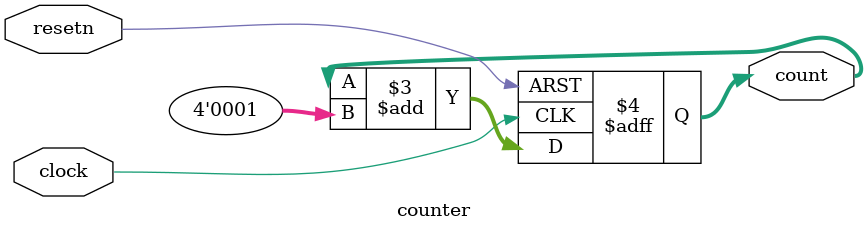
<source format=v>
module counter
(
    input  wire       clock, 
    input  wire       resetn, 
    output wire [3:0] count
);

always@(posedge clock, negedge resetn) begin
    if(!resetn) begin
        count <= 4'h0;
    end 
    else begin
        count <= count + 4'h1;
    end
end

endmodule

</source>
